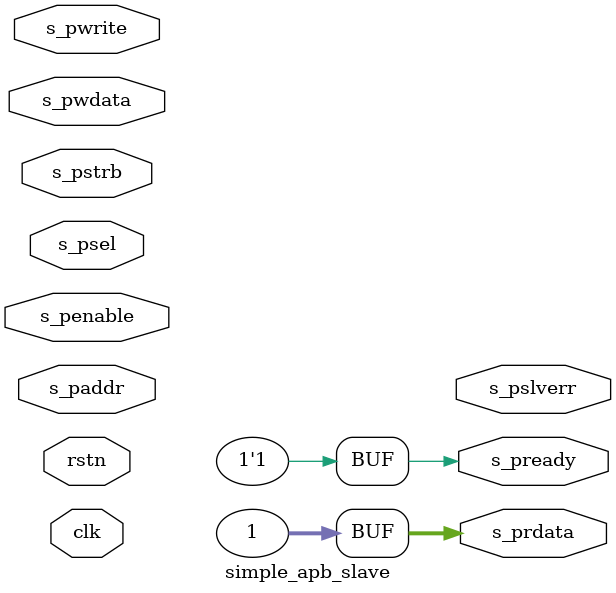
<source format=v>
module simple_apb_slave #(
    parameter ADDR_WIDTH = 32,
    parameter DATA_WIDTH = 32,
    parameter MEM_SIZE = 32, // UNUSED
    parameter ID = 0,

    parameter WSTRB_WIDTH = (DATA_WIDTH-1)/8+1 // 4 bits for 32 data
    
    ) (
    input clk,
    input rstn,

    input wire s_penable,
    input wire s_pwrite,
    input wire s_psel,
    input wire [ADDR_WIDTH-1:0] s_paddr,
    input wire [DATA_WIDTH-1:0] s_pwdata,
    input wire [WSTRB_WIDTH-1:0] s_pstrb,
    output  [DATA_WIDTH-1:0] s_prdata,
    output                      s_pready,
    output reg                  s_pslverr
    );


    assign s_prdata = ID+1;
    assign s_pready = 1'b1;

    always @(posedge clk) begin
        if(s_penable && s_psel) begin
            $display("Slave ID=%d addr=0x%0h wdata=0x%0h", ID, s_paddr, s_pwdata);
        end
    end

endmodule


</source>
